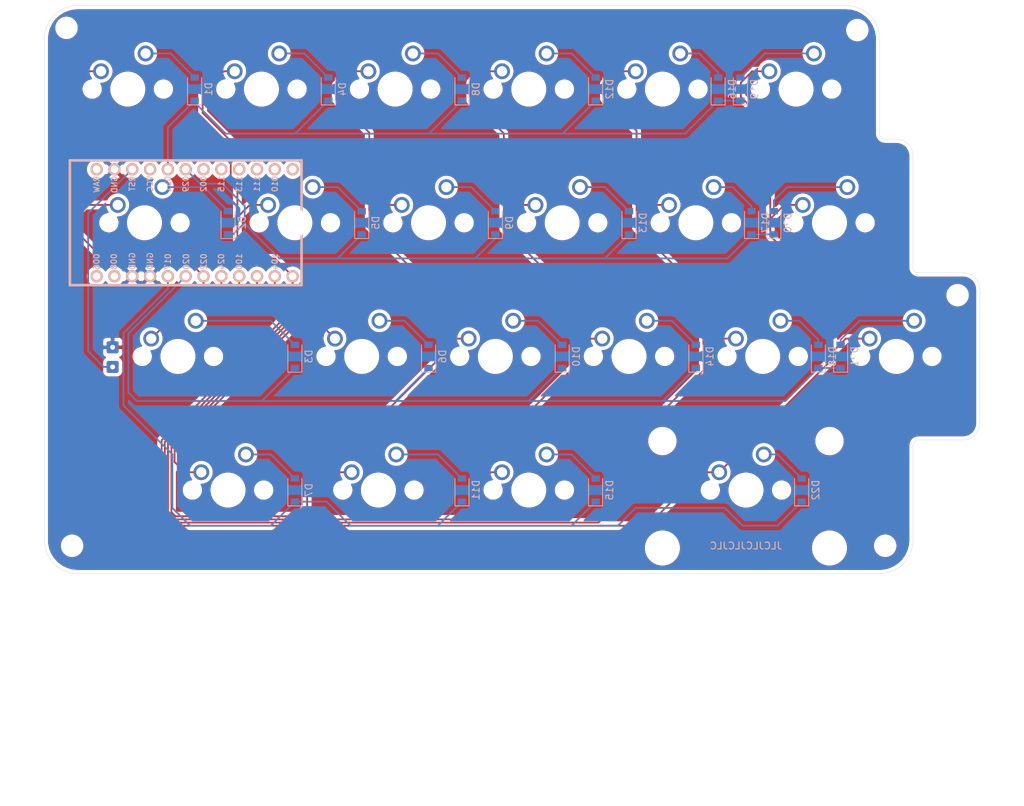
<source format=kicad_pcb>
(kicad_pcb (version 20171130) (host pcbnew 5.1.9)
  (layers (0 F.Cu signal) (31 B.Cu signal) (34 B.Paste user) (35 F.Paste user) (36 B.SilkS user) (37 F.SilkS user) (38 B.Mask user) (39 F.Mask user) (44 Edge.Cuts user))
  (net 0 "")
  (net 1 "Net-(U1-Pad1)")
  (net 2 "Net-(U1-Pad2)")
  (net 3 "Net-(U1-Pad13)")
  (net 4 "Net-(U1-Pad14)")
  (net 5 "Net-(U1-Pad15)")
  (net 6 "Net-(U1-Pad16)")
  (net 7 "Net-(U1-Pad17)")
  (net 8 "Net-(U1-Pad18)")
  (net 9 "Net-(U1-Pad21)")
  (net 10 "Net-(U1-Pad24)")
  (net 11 "Net-(D1-Pad2)")
  (net 12 LRow1)
  (net 13 "Net-(D2-Pad2)")
  (net 14 LRow2)
  (net 15 "Net-(D3-Pad2)")
  (net 16 LRow3)
  (net 17 "Net-(D4-Pad2)")
  (net 18 "Net-(D5-Pad2)")
  (net 19 "Net-(D6-Pad2)")
  (net 20 "Net-(D7-Pad2)")
  (net 21 LRow4)
  (net 22 "Net-(D8-Pad2)")
  (net 23 "Net-(D9-Pad2)")
  (net 24 "Net-(D10-Pad2)")
  (net 25 "Net-(D11-Pad2)")
  (net 26 "Net-(D12-Pad2)")
  (net 27 "Net-(D13-Pad2)")
  (net 28 "Net-(D14-Pad2)")
  (net 29 "Net-(D15-Pad2)")
  (net 30 "Net-(D16-Pad2)")
  (net 31 "Net-(D17-Pad2)")
  (net 32 "Net-(D18-Pad2)")
  (net 33 "Net-(D19-Pad2)")
  (net 34 "Net-(D20-Pad2)")
  (net 35 "Net-(D21-Pad2)")
  (net 36 "Net-(D22-Pad2)")
  (net 37 LCol4)
  (net 38 LCol5)
  (net 39 LCol2)
  (net 40 LCol3)
  (net 41 LCol1)
  (net 42 LCol6)
  (net 43 GND)
  (net 44 "Net-(Reset1-Pad1)")
  (module split45:leftpaw (layer F.Cu) (at 24.60625 82.55)
    (fp_text reference G*** hide)
    (fp_text value LOGO hide)
  )
  (module split45:leftpaw (layer F.Cu) (at 67.46875 127)
    (fp_text reference G*** hide)
    (fp_text value LOGO hide)
  )
  (module split45:leftpaw (layer F.Cu) (at 46.0375 103.98125)
    (fp_text reference G*** hide)
    (fp_text value LOGO hide)
  )
  (module split45:leftpaw (layer F.Cu) (at 43.65625 100.0125)
    (fp_text reference G*** hide)
    (fp_text value LOGO hide)
  )
  (module MountingHole:MountingHole_2.2mm_M2 (layer F.Cu) (at 132.55625 17.78)
    (fp_text reference REF** hide)
    (fp_text value MountingHole_2.2mm_M2)
    (pad 1 np_thru_hole circle (at 0 0) (size 2.2 2.2) (drill 2.2) (layers *.Cu *.Mask))
  )
  (module MountingHole:MountingHole_2.2mm_M2 (layer F.Cu) (at 146.84375 55.5625)
    (fp_text reference REF** hide)
    (fp_text value MountingHole_2.2mm_M2)
    (pad 1 np_thru_hole circle (at 0 0) (size 2.2 2.2) (drill 2.2) (layers *.Cu *.Mask))
  )
  (module MountingHole:MountingHole_2.2mm_M2 (layer F.Cu) (at 136.525 91.28125)
    (fp_text reference REF** hide)
    (fp_text value MountingHole_2.2mm_M2)
    (pad 1 np_thru_hole circle (at 0 0) (size 2.2 2.2) (drill 2.2) (layers *.Cu *.Mask))
  )
  (module MountingHole:MountingHole_2.2mm_M2 (layer F.Cu) (at 19.84375 17.4625)
    (fp_text reference REF** hide)
    (fp_text value MountingHole_2.2mm_M2)
    (pad 1 np_thru_hole circle (at 0 0) (size 2.2 2.2) (drill 2.2) (layers *.Cu *.Mask))
  )
  (module MountingHole:MountingHole_2.2mm_M2 (layer F.Cu) (at 20.6375 91.28125)
    (fp_text reference REF** hide)
    (fp_text value MountingHole_2.2mm_M2)
    (pad 1 np_thru_hole circle (at 0 0) (size 2.2 2.2) (drill 2.2) (layers *.Cu *.Mask))
  )
  (module Connector_Wire:SolderWire-0.15sqmm_1x01_D0.5mm_OD1.5mm (layer F.Cu) (at 26.416 65.786)
    (fp_text reference Reset1 hide)
    (fp_text value Conn_01x01_Female)
    (pad 1 thru_hole roundrect (at 0 0) (size 1.7 1.7) (drill 0.7) (layers *.Cu *.Mask) (roundrect_rratio 0.1470588235294118) (net 44 "Net-(Reset1-Pad1)"))
  )
  (module Connector_Wire:SolderWire-0.15sqmm_1x01_D0.5mm_OD1.5mm (layer F.Cu) (at 26.416 62.992)
    (fp_text reference GND1 hide)
    (fp_text value Conn_01x01_Female)
    (pad 1 thru_hole roundrect (at 0 0) (size 1.7 1.7) (drill 0.7) (layers *.Cu *.Mask) (roundrect_rratio 0.1470588235294118) (net 43 GND))
  )
  (module MX_Alps_Hybrid:MXOnly-1.75U-NoLED (layer F.Cu) (at 35.71875 64.29375)
    (fp_text reference MXL3,1)
    (fp_text value MX-NoLED)
    (pad 2 thru_hole circle (at 2.54 -5.08) (size 2.25 2.25) (drill 1.47) (layers *.Cu B.Mask) (net 15 "Net-(D3-Pad2)"))
    (pad "" np_thru_hole circle (at 0 0) (size 3.9878 3.9878) (drill 3.9878) (layers *.Cu *.Mask))
    (pad 1 thru_hole circle (at -3.81 -2.54) (size 2.25 2.25) (drill 1.47) (layers *.Cu B.Mask) (net 41 LCol1))
    (pad "" np_thru_hole circle (at -5.08 0 48.0996) (size 1.75 1.75) (drill 1.75) (layers *.Cu *.Mask))
    (pad "" np_thru_hole circle (at 5.08 0 48.0996) (size 1.75 1.75) (drill 1.75) (layers *.Cu *.Mask))
  )
  (module nice-nano-kicad:nice_nano (layer F.Cu) (at 38.1 45.24375)
    (fp_text reference U1 hide)
    (fp_text value nice_nano hide)
    (fp_text user 008 (at -11.5 5.53719 90) (layer B.SilkS) (effects (font (size 0.8 0.8)) (justify mirror)))
    (fp_text user 020 (at -1.2 5.53719 90) (layer B.SilkS) (effects (font (size 0.8 0.8)) (justify mirror)))
    (fp_text user 017 (at -3.81 5.53719 90) (layer B.SilkS) (effects (font (size 0.8 0.8)) (justify mirror)))
    (fp_text user GND (at -6.35 5.461 90) (layer B.SilkS) (effects (font (size 0.8 0.8)) (justify mirror)))
    (fp_text user GND (at -8.89 5.461 90) (layer B.SilkS) (effects (font (size 0.8 0.8)) (justify mirror)))
    (fp_text user 022 (at 1.3 5.53719 90) (layer B.SilkS) (effects (font (size 0.8 0.8)) (justify mirror)))
    (fp_text user 024 (at 3.8 5.53719 90) (layer B.SilkS) (effects (font (size 0.8 0.8)) (justify mirror)))
    (fp_text user 100 (at 6.35 5.53719 90) (layer B.SilkS) (effects (font (size 0.8 0.8)) (justify mirror)))
    (fp_text user 104 (at 11.43 5.53719 90) (layer B.SilkS) (effects (font (size 0.8 0.8)) (justify mirror)))
    (fp_text user 111 (at 8.89 -5.537191 90) (layer B.SilkS) (effects (font (size 0.8 0.8)) (justify mirror)))
    (fp_text user 113 (at 6.35 -5.537191 90) (layer B.SilkS) (effects (font (size 0.8 0.8)) (justify mirror)))
    (fp_text user 031 (at -3.81 -5.537191 90) (layer B.SilkS) (effects (font (size 0.8 0.8)) (justify mirror)))
    (fp_text user VCC (at -6.35 -5.537191 90) (layer B.SilkS) (effects (font (size 0.8 0.8)) (justify mirror)))
    (fp_text user GND (at -11.43 -5.454667 90) (layer B.SilkS) (effects (font (size 0.8 0.8)) (justify mirror)))
    (fp_text user RAW (at -13.97 -5.473715 90) (layer B.SilkS) (effects (font (size 0.8 0.8)) (justify mirror)))
    (fp_text user 029 (at -1.27 -5.537191 90) (layer B.SilkS) (effects (font (size 0.8 0.8)) (justify mirror)))
    (fp_text user 002 (at 1.27 -5.537191 90) (layer B.SilkS) (effects (font (size 0.8 0.8)) (justify mirror)))
    (fp_text user 115 (at 3.81 -5.537191 90) (layer B.SilkS) (effects (font (size 0.8 0.8)) (justify mirror)))
    (fp_text user 010 (at 11.43 -5.537191 90) (layer B.SilkS) (effects (font (size 0.8 0.8)) (justify mirror)))
    (fp_text user 006 (at -13.97 5.53719 90) (layer B.SilkS) (effects (font (size 0.8 0.8)) (justify mirror)))
    (fp_text user RST (at -8.89 -5.588 90) (layer B.SilkS) (effects (font (size 0.8 0.8)) (justify mirror)))
    (pad 1 thru_hole circle (at -13.97 7.62) (size 1.7526 1.7526) (drill 1.0922) (layers *.Cu *.Mask B.SilkS) (net 1 "Net-(U1-Pad1)"))
    (pad 2 thru_hole circle (at -11.43 7.62) (size 1.7526 1.7526) (drill 1.0922) (layers *.Cu *.Mask B.SilkS) (net 2 "Net-(U1-Pad2)"))
    (pad 3 thru_hole circle (at -8.89 7.62) (size 1.7526 1.7526) (drill 1.0922) (layers *.Cu *.Mask B.SilkS) (net 43 GND))
    (pad 4 thru_hole circle (at -6.35 7.62) (size 1.7526 1.7526) (drill 1.0922) (layers *.Cu *.Mask B.SilkS) (net 43 GND))
    (pad 5 thru_hole circle (at -3.81 7.62) (size 1.7526 1.7526) (drill 1.0922) (layers *.Cu *.Mask B.SilkS) (net 21 LRow4))
    (pad 6 thru_hole circle (at -1.27 7.62) (size 1.7526 1.7526) (drill 1.0922) (layers *.Cu *.Mask B.SilkS) (net 16 LRow3))
    (pad 7 thru_hole circle (at 1.27 7.62) (size 1.7526 1.7526) (drill 1.0922) (layers *.Cu *.Mask B.SilkS) (net 41 LCol1))
    (pad 8 thru_hole circle (at 3.81 7.62) (size 1.7526 1.7526) (drill 1.0922) (layers *.Cu *.Mask B.SilkS) (net 42 LCol6))
    (pad 9 thru_hole circle (at 6.35 7.62) (size 1.7526 1.7526) (drill 1.0922) (layers *.Cu *.Mask B.SilkS) (net 38 LCol5))
    (pad 10 thru_hole circle (at 8.89 7.62) (size 1.7526 1.7526) (drill 1.0922) (layers *.Cu *.Mask B.SilkS) (net 37 LCol4))
    (pad 11 thru_hole circle (at 11.43 7.62) (size 1.7526 1.7526) (drill 1.0922) (layers *.Cu *.Mask B.SilkS) (net 40 LCol3))
    (pad 13 thru_hole circle (at 13.97 -7.62) (size 1.7526 1.7526) (drill 1.0922) (layers *.Cu *.Mask B.SilkS) (net 3 "Net-(U1-Pad13)"))
    (pad 14 thru_hole circle (at 11.43 -7.62) (size 1.7526 1.7526) (drill 1.0922) (layers *.Cu *.Mask B.SilkS) (net 4 "Net-(U1-Pad14)"))
    (pad 15 thru_hole circle (at 8.89 -7.62) (size 1.7526 1.7526) (drill 1.0922) (layers *.Cu *.Mask B.SilkS) (net 5 "Net-(U1-Pad15)"))
    (pad 16 thru_hole circle (at 6.35 -7.62) (size 1.7526 1.7526) (drill 1.0922) (layers *.Cu *.Mask B.SilkS) (net 6 "Net-(U1-Pad16)"))
    (pad 17 thru_hole circle (at 3.81 -7.62) (size 1.7526 1.7526) (drill 1.0922) (layers *.Cu *.Mask B.SilkS) (net 7 "Net-(U1-Pad17)"))
    (pad 18 thru_hole circle (at 1.27 -7.62) (size 1.7526 1.7526) (drill 1.0922) (layers *.Cu *.Mask B.SilkS) (net 8 "Net-(U1-Pad18)"))
    (pad 19 thru_hole circle (at -1.27 -7.62) (size 1.7526 1.7526) (drill 1.0922) (layers *.Cu *.Mask B.SilkS) (net 14 LRow2))
    (pad 20 thru_hole circle (at -3.81 -7.62) (size 1.7526 1.7526) (drill 1.0922) (layers *.Cu *.Mask B.SilkS) (net 12 LRow1))
    (pad 21 thru_hole circle (at -6.35 -7.62) (size 1.7526 1.7526) (drill 1.0922) (layers *.Cu *.Mask B.SilkS) (net 9 "Net-(U1-Pad21)"))
    (pad 22 thru_hole circle (at -8.89 -7.62) (size 1.7526 1.7526) (drill 1.0922) (layers *.Cu *.Mask B.SilkS) (net 44 "Net-(Reset1-Pad1)"))
    (pad 23 thru_hole circle (at -11.43 -7.62) (size 1.7526 1.7526) (drill 1.0922) (layers *.Cu *.Mask B.SilkS) (net 43 GND))
    (pad 12 thru_hole circle (at 13.97 7.62) (size 1.7526 1.7526) (drill 1.0922) (layers *.Cu *.Mask B.SilkS) (net 39 LCol2))
    (pad 24 thru_hole circle (at -13.97 -7.62) (size 1.7526 1.7526) (drill 1.0922) (layers *.Cu *.Mask B.SilkS) (net 10 "Net-(U1-Pad24)"))
  )
  (module MX_Alps_Hybrid:MXOnly-1U-NoLED (layer F.Cu) (at 85.725 83.34375)
    (fp_text reference MXL4,4)
    (fp_text value MX-NoLED)
    (pad 2 thru_hole circle (at 2.54 -5.08) (size 2.25 2.25) (drill 1.47) (layers *.Cu B.Mask) (net 29 "Net-(D15-Pad2)"))
    (pad "" np_thru_hole circle (at 0 0) (size 3.9878 3.9878) (drill 3.9878) (layers *.Cu *.Mask))
    (pad 1 thru_hole circle (at -3.81 -2.54) (size 2.25 2.25) (drill 1.47) (layers *.Cu B.Mask) (net 37 LCol4))
    (pad "" np_thru_hole circle (at -5.08 0 48.0996) (size 1.75 1.75) (drill 1.75) (layers *.Cu *.Mask))
    (pad "" np_thru_hole circle (at 5.08 0 48.0996) (size 1.75 1.75) (drill 1.75) (layers *.Cu *.Mask))
  )
  (module MX_Alps_Hybrid:MXOnly-2.25U-NoLED (layer F.Cu) (at 116.68125 83.34375)
    (fp_text reference MXL4,6)
    (fp_text value MX-NoLED)
    (pad 2 thru_hole circle (at 2.54 -5.08) (size 2.25 2.25) (drill 1.47) (layers *.Cu B.Mask) (net 36 "Net-(D22-Pad2)"))
    (pad "" np_thru_hole circle (at 0 0) (size 3.9878 3.9878) (drill 3.9878) (layers *.Cu *.Mask))
    (pad 1 thru_hole circle (at -3.81 -2.54) (size 2.25 2.25) (drill 1.47) (layers *.Cu B.Mask) (net 42 LCol6))
    (pad "" np_thru_hole circle (at -5.08 0 48.0996) (size 1.75 1.75) (drill 1.75) (layers *.Cu *.Mask))
    (pad "" np_thru_hole circle (at 5.08 0 48.0996) (size 1.75 1.75) (drill 1.75) (layers *.Cu *.Mask))
    (pad "" np_thru_hole circle (at -11.90625 -6.985) (size 3.048 3.048) (drill 3.048) (layers *.Cu *.Mask))
    (pad "" np_thru_hole circle (at 11.90625 -6.985) (size 3.048 3.048) (drill 3.048) (layers *.Cu *.Mask))
    (pad "" np_thru_hole circle (at -11.90625 8.255) (size 3.9878 3.9878) (drill 3.9878) (layers *.Cu *.Mask))
    (pad "" np_thru_hole circle (at 11.90625 8.255) (size 3.9878 3.9878) (drill 3.9878) (layers *.Cu *.Mask))
  )
  (module MX_Alps_Hybrid:MXOnly-1U-NoLED (layer F.Cu) (at 42.8625 83.34375)
    (fp_text reference MXL4,2)
    (fp_text value MX-NoLED)
    (pad 2 thru_hole circle (at 2.54 -5.08) (size 2.25 2.25) (drill 1.47) (layers *.Cu B.Mask) (net 20 "Net-(D7-Pad2)"))
    (pad "" np_thru_hole circle (at 0 0) (size 3.9878 3.9878) (drill 3.9878) (layers *.Cu *.Mask))
    (pad 1 thru_hole circle (at -3.81 -2.54) (size 2.25 2.25) (drill 1.47) (layers *.Cu B.Mask) (net 39 LCol2))
    (pad "" np_thru_hole circle (at -5.08 0 48.0996) (size 1.75 1.75) (drill 1.75) (layers *.Cu *.Mask))
    (pad "" np_thru_hole circle (at 5.08 0 48.0996) (size 1.75 1.75) (drill 1.75) (layers *.Cu *.Mask))
  )
  (module MX_Alps_Hybrid:MXOnly-1.25U-NoLED (layer F.Cu) (at 64.29375 83.34375)
    (fp_text reference MXL4,3)
    (fp_text value MX-NoLED)
    (pad 2 thru_hole circle (at 2.54 -5.08) (size 2.25 2.25) (drill 1.47) (layers *.Cu B.Mask) (net 25 "Net-(D11-Pad2)"))
    (pad "" np_thru_hole circle (at 0 0) (size 3.9878 3.9878) (drill 3.9878) (layers *.Cu *.Mask))
    (pad 1 thru_hole circle (at -3.81 -2.54) (size 2.25 2.25) (drill 1.47) (layers *.Cu B.Mask) (net 40 LCol3))
    (pad "" np_thru_hole circle (at -5.08 0 48.0996) (size 1.75 1.75) (drill 1.75) (layers *.Cu *.Mask))
    (pad "" np_thru_hole circle (at 5.08 0 48.0996) (size 1.75 1.75) (drill 1.75) (layers *.Cu *.Mask))
  )
  (module MX_Alps_Hybrid:MXOnly-1U-NoLED (layer F.Cu) (at 80.9625 64.29375)
    (fp_text reference MXL3,3)
    (fp_text value MX-NoLED)
    (pad 2 thru_hole circle (at 2.54 -5.08) (size 2.25 2.25) (drill 1.47) (layers *.Cu B.Mask) (net 24 "Net-(D10-Pad2)"))
    (pad "" np_thru_hole circle (at 0 0) (size 3.9878 3.9878) (drill 3.9878) (layers *.Cu *.Mask))
    (pad 1 thru_hole circle (at -3.81 -2.54) (size 2.25 2.25) (drill 1.47) (layers *.Cu B.Mask) (net 40 LCol3))
    (pad "" np_thru_hole circle (at -5.08 0 48.0996) (size 1.75 1.75) (drill 1.75) (layers *.Cu *.Mask))
    (pad "" np_thru_hole circle (at 5.08 0 48.0996) (size 1.75 1.75) (drill 1.75) (layers *.Cu *.Mask))
  )
  (module MX_Alps_Hybrid:MXOnly-1U-NoLED (layer F.Cu) (at 138.1125 64.29375)
    (fp_text reference MXL3,6)
    (fp_text value MX-NoLED)
    (pad 2 thru_hole circle (at 2.54 -5.08) (size 2.25 2.25) (drill 1.47) (layers *.Cu B.Mask) (net 35 "Net-(D21-Pad2)"))
    (pad "" np_thru_hole circle (at 0 0) (size 3.9878 3.9878) (drill 3.9878) (layers *.Cu *.Mask))
    (pad 1 thru_hole circle (at -3.81 -2.54) (size 2.25 2.25) (drill 1.47) (layers *.Cu B.Mask) (net 42 LCol6))
    (pad "" np_thru_hole circle (at -5.08 0 48.0996) (size 1.75 1.75) (drill 1.75) (layers *.Cu *.Mask))
    (pad "" np_thru_hole circle (at 5.08 0 48.0996) (size 1.75 1.75) (drill 1.75) (layers *.Cu *.Mask))
  )
  (module MX_Alps_Hybrid:MXOnly-1U-NoLED (layer F.Cu) (at 119.0625 64.29375)
    (fp_text reference MXL3,5)
    (fp_text value MX-NoLED)
    (pad 2 thru_hole circle (at 2.54 -5.08) (size 2.25 2.25) (drill 1.47) (layers *.Cu B.Mask) (net 32 "Net-(D18-Pad2)"))
    (pad "" np_thru_hole circle (at 0 0) (size 3.9878 3.9878) (drill 3.9878) (layers *.Cu *.Mask))
    (pad 1 thru_hole circle (at -3.81 -2.54) (size 2.25 2.25) (drill 1.47) (layers *.Cu B.Mask) (net 38 LCol5))
    (pad "" np_thru_hole circle (at -5.08 0 48.0996) (size 1.75 1.75) (drill 1.75) (layers *.Cu *.Mask))
    (pad "" np_thru_hole circle (at 5.08 0 48.0996) (size 1.75 1.75) (drill 1.75) (layers *.Cu *.Mask))
  )
  (module MX_Alps_Hybrid:MXOnly-1U-NoLED (layer F.Cu) (at 100.0125 64.29375)
    (fp_text reference MXL3,4)
    (fp_text value MX-NoLED)
    (pad 2 thru_hole circle (at 2.54 -5.08) (size 2.25 2.25) (drill 1.47) (layers *.Cu B.Mask) (net 28 "Net-(D14-Pad2)"))
    (pad "" np_thru_hole circle (at 0 0) (size 3.9878 3.9878) (drill 3.9878) (layers *.Cu *.Mask))
    (pad 1 thru_hole circle (at -3.81 -2.54) (size 2.25 2.25) (drill 1.47) (layers *.Cu B.Mask) (net 37 LCol4))
    (pad "" np_thru_hole circle (at -5.08 0 48.0996) (size 1.75 1.75) (drill 1.75) (layers *.Cu *.Mask))
    (pad "" np_thru_hole circle (at 5.08 0 48.0996) (size 1.75 1.75) (drill 1.75) (layers *.Cu *.Mask))
  )
  (module MX_Alps_Hybrid:MXOnly-1U-NoLED (layer F.Cu) (at 61.9125 64.29375)
    (fp_text reference MXL3,2)
    (fp_text value MX-NoLED)
    (pad 2 thru_hole circle (at 2.54 -5.08) (size 2.25 2.25) (drill 1.47) (layers *.Cu B.Mask) (net 19 "Net-(D6-Pad2)"))
    (pad "" np_thru_hole circle (at 0 0) (size 3.9878 3.9878) (drill 3.9878) (layers *.Cu *.Mask))
    (pad 1 thru_hole circle (at -3.81 -2.54) (size 2.25 2.25) (drill 1.47) (layers *.Cu B.Mask) (net 39 LCol2))
    (pad "" np_thru_hole circle (at -5.08 0 48.0996) (size 1.75 1.75) (drill 1.75) (layers *.Cu *.Mask))
    (pad "" np_thru_hole circle (at 5.08 0 48.0996) (size 1.75 1.75) (drill 1.75) (layers *.Cu *.Mask))
  )
  (module MX_Alps_Hybrid:MXOnly-1U-NoLED (layer F.Cu) (at 128.5875 45.24375)
    (fp_text reference MXL2,6)
    (fp_text value MX-NoLED)
    (pad 2 thru_hole circle (at 2.54 -5.08) (size 2.25 2.25) (drill 1.47) (layers *.Cu B.Mask) (net 34 "Net-(D20-Pad2)"))
    (pad "" np_thru_hole circle (at 0 0) (size 3.9878 3.9878) (drill 3.9878) (layers *.Cu *.Mask))
    (pad 1 thru_hole circle (at -3.81 -2.54) (size 2.25 2.25) (drill 1.47) (layers *.Cu B.Mask) (net 42 LCol6))
    (pad "" np_thru_hole circle (at -5.08 0 48.0996) (size 1.75 1.75) (drill 1.75) (layers *.Cu *.Mask))
    (pad "" np_thru_hole circle (at 5.08 0 48.0996) (size 1.75 1.75) (drill 1.75) (layers *.Cu *.Mask))
  )
  (module MX_Alps_Hybrid:MXOnly-1U-NoLED (layer F.Cu) (at 109.5375 45.24375)
    (fp_text reference MXL2,5)
    (fp_text value MX-NoLED)
    (pad 2 thru_hole circle (at 2.54 -5.08) (size 2.25 2.25) (drill 1.47) (layers *.Cu B.Mask) (net 31 "Net-(D17-Pad2)"))
    (pad "" np_thru_hole circle (at 0 0) (size 3.9878 3.9878) (drill 3.9878) (layers *.Cu *.Mask))
    (pad 1 thru_hole circle (at -3.81 -2.54) (size 2.25 2.25) (drill 1.47) (layers *.Cu B.Mask) (net 38 LCol5))
    (pad "" np_thru_hole circle (at -5.08 0 48.0996) (size 1.75 1.75) (drill 1.75) (layers *.Cu *.Mask))
    (pad "" np_thru_hole circle (at 5.08 0 48.0996) (size 1.75 1.75) (drill 1.75) (layers *.Cu *.Mask))
  )
  (module MX_Alps_Hybrid:MXOnly-1U-NoLED (layer F.Cu) (at 71.4375 45.24375)
    (fp_text reference MXL2,3)
    (fp_text value MX-NoLED)
    (pad 2 thru_hole circle (at 2.54 -5.08) (size 2.25 2.25) (drill 1.47) (layers *.Cu B.Mask) (net 23 "Net-(D9-Pad2)"))
    (pad "" np_thru_hole circle (at 0 0) (size 3.9878 3.9878) (drill 3.9878) (layers *.Cu *.Mask))
    (pad 1 thru_hole circle (at -3.81 -2.54) (size 2.25 2.25) (drill 1.47) (layers *.Cu B.Mask) (net 40 LCol3))
    (pad "" np_thru_hole circle (at -5.08 0 48.0996) (size 1.75 1.75) (drill 1.75) (layers *.Cu *.Mask))
    (pad "" np_thru_hole circle (at 5.08 0 48.0996) (size 1.75 1.75) (drill 1.75) (layers *.Cu *.Mask))
  )
  (module MX_Alps_Hybrid:MXOnly-1U-NoLED (layer F.Cu) (at 52.3875 45.24375)
    (fp_text reference MXL2,2)
    (fp_text value MX-NoLED)
    (pad 2 thru_hole circle (at 2.54 -5.08) (size 2.25 2.25) (drill 1.47) (layers *.Cu B.Mask) (net 18 "Net-(D5-Pad2)"))
    (pad "" np_thru_hole circle (at 0 0) (size 3.9878 3.9878) (drill 3.9878) (layers *.Cu *.Mask))
    (pad 1 thru_hole circle (at -3.81 -2.54) (size 2.25 2.25) (drill 1.47) (layers *.Cu B.Mask) (net 39 LCol2))
    (pad "" np_thru_hole circle (at -5.08 0 48.0996) (size 1.75 1.75) (drill 1.75) (layers *.Cu *.Mask))
    (pad "" np_thru_hole circle (at 5.08 0 48.0996) (size 1.75 1.75) (drill 1.75) (layers *.Cu *.Mask))
  )
  (module MX_Alps_Hybrid:MXOnly-1.25U-NoLED (layer F.Cu) (at 30.95625 45.24375)
    (fp_text reference MXL2,1)
    (fp_text value MX-NoLED)
    (pad 2 thru_hole circle (at 2.54 -5.08) (size 2.25 2.25) (drill 1.47) (layers *.Cu B.Mask) (net 13 "Net-(D2-Pad2)"))
    (pad "" np_thru_hole circle (at 0 0) (size 3.9878 3.9878) (drill 3.9878) (layers *.Cu *.Mask))
    (pad 1 thru_hole circle (at -3.81 -2.54) (size 2.25 2.25) (drill 1.47) (layers *.Cu B.Mask) (net 41 LCol1))
    (pad "" np_thru_hole circle (at -5.08 0 48.0996) (size 1.75 1.75) (drill 1.75) (layers *.Cu *.Mask))
    (pad "" np_thru_hole circle (at 5.08 0 48.0996) (size 1.75 1.75) (drill 1.75) (layers *.Cu *.Mask))
  )
  (module MX_Alps_Hybrid:MXOnly-1U-NoLED (layer F.Cu) (at 90.4875 45.24375)
    (fp_text reference MXL2,4)
    (fp_text value MX-NoLED)
    (pad 2 thru_hole circle (at 2.54 -5.08) (size 2.25 2.25) (drill 1.47) (layers *.Cu B.Mask) (net 27 "Net-(D13-Pad2)"))
    (pad "" np_thru_hole circle (at 0 0) (size 3.9878 3.9878) (drill 3.9878) (layers *.Cu *.Mask))
    (pad 1 thru_hole circle (at -3.81 -2.54) (size 2.25 2.25) (drill 1.47) (layers *.Cu B.Mask) (net 37 LCol4))
    (pad "" np_thru_hole circle (at -5.08 0 48.0996) (size 1.75 1.75) (drill 1.75) (layers *.Cu *.Mask))
    (pad "" np_thru_hole circle (at 5.08 0 48.0996) (size 1.75 1.75) (drill 1.75) (layers *.Cu *.Mask))
  )
  (module MX_Alps_Hybrid:MXOnly-1U-NoLED (layer F.Cu) (at 123.825 26.19375)
    (fp_text reference MXL1,6)
    (fp_text value MX-NoLED)
    (pad 2 thru_hole circle (at 2.54 -5.08) (size 2.25 2.25) (drill 1.47) (layers *.Cu B.Mask) (net 33 "Net-(D19-Pad2)"))
    (pad "" np_thru_hole circle (at 0 0) (size 3.9878 3.9878) (drill 3.9878) (layers *.Cu *.Mask))
    (pad 1 thru_hole circle (at -3.81 -2.54) (size 2.25 2.25) (drill 1.47) (layers *.Cu B.Mask) (net 42 LCol6))
    (pad "" np_thru_hole circle (at -5.08 0 48.0996) (size 1.75 1.75) (drill 1.75) (layers *.Cu *.Mask))
    (pad "" np_thru_hole circle (at 5.08 0 48.0996) (size 1.75 1.75) (drill 1.75) (layers *.Cu *.Mask))
  )
  (module MX_Alps_Hybrid:MXOnly-1U-NoLED (layer F.Cu) (at 28.575 26.19375)
    (fp_text reference MXL1,1)
    (fp_text value MX-NoLED)
    (pad 2 thru_hole circle (at 2.54 -5.08) (size 2.25 2.25) (drill 1.47) (layers *.Cu B.Mask) (net 11 "Net-(D1-Pad2)"))
    (pad "" np_thru_hole circle (at 0 0) (size 3.9878 3.9878) (drill 3.9878) (layers *.Cu *.Mask))
    (pad 1 thru_hole circle (at -3.81 -2.54) (size 2.25 2.25) (drill 1.47) (layers *.Cu B.Mask) (net 41 LCol1))
    (pad "" np_thru_hole circle (at -5.08 0 48.0996) (size 1.75 1.75) (drill 1.75) (layers *.Cu *.Mask))
    (pad "" np_thru_hole circle (at 5.08 0 48.0996) (size 1.75 1.75) (drill 1.75) (layers *.Cu *.Mask))
  )
  (module MX_Alps_Hybrid:MXOnly-1U-NoLED (layer F.Cu) (at 66.675 26.19375)
    (fp_text reference MXL1,3)
    (fp_text value MX-NoLED)
    (pad 2 thru_hole circle (at 2.54 -5.08) (size 2.25 2.25) (drill 1.47) (layers *.Cu B.Mask) (net 22 "Net-(D8-Pad2)"))
    (pad "" np_thru_hole circle (at 0 0) (size 3.9878 3.9878) (drill 3.9878) (layers *.Cu *.Mask))
    (pad 1 thru_hole circle (at -3.81 -2.54) (size 2.25 2.25) (drill 1.47) (layers *.Cu B.Mask) (net 40 LCol3))
    (pad "" np_thru_hole circle (at -5.08 0 48.0996) (size 1.75 1.75) (drill 1.75) (layers *.Cu *.Mask))
    (pad "" np_thru_hole circle (at 5.08 0 48.0996) (size 1.75 1.75) (drill 1.75) (layers *.Cu *.Mask))
  )
  (module MX_Alps_Hybrid:MXOnly-1U-NoLED (layer F.Cu) (at 47.625 26.19375)
    (fp_text reference MXL1,2)
    (fp_text value MX-NoLED)
    (pad 2 thru_hole circle (at 2.54 -5.08) (size 2.25 2.25) (drill 1.47) (layers *.Cu B.Mask) (net 17 "Net-(D4-Pad2)"))
    (pad "" np_thru_hole circle (at 0 0) (size 3.9878 3.9878) (drill 3.9878) (layers *.Cu *.Mask))
    (pad 1 thru_hole circle (at -3.81 -2.54) (size 2.25 2.25) (drill 1.47) (layers *.Cu B.Mask) (net 39 LCol2))
    (pad "" np_thru_hole circle (at -5.08 0 48.0996) (size 1.75 1.75) (drill 1.75) (layers *.Cu *.Mask))
    (pad "" np_thru_hole circle (at 5.08 0 48.0996) (size 1.75 1.75) (drill 1.75) (layers *.Cu *.Mask))
  )
  (module MX_Alps_Hybrid:MXOnly-1U-NoLED (layer F.Cu) (at 104.775 26.19375)
    (fp_text reference MXL1,5)
    (fp_text value MX-NoLED)
    (pad 2 thru_hole circle (at 2.54 -5.08) (size 2.25 2.25) (drill 1.47) (layers *.Cu B.Mask) (net 30 "Net-(D16-Pad2)"))
    (pad "" np_thru_hole circle (at 0 0) (size 3.9878 3.9878) (drill 3.9878) (layers *.Cu *.Mask))
    (pad 1 thru_hole circle (at -3.81 -2.54) (size 2.25 2.25) (drill 1.47) (layers *.Cu B.Mask) (net 38 LCol5))
    (pad "" np_thru_hole circle (at -5.08 0 48.0996) (size 1.75 1.75) (drill 1.75) (layers *.Cu *.Mask))
    (pad "" np_thru_hole circle (at 5.08 0 48.0996) (size 1.75 1.75) (drill 1.75) (layers *.Cu *.Mask))
  )
  (module MX_Alps_Hybrid:MXOnly-1U-NoLED (layer F.Cu) (at 85.725 26.19375)
    (fp_text reference MXL1,4)
    (fp_text value MX-NoLED)
    (pad 2 thru_hole circle (at 2.54 -5.08) (size 2.25 2.25) (drill 1.47) (layers *.Cu B.Mask) (net 26 "Net-(D12-Pad2)"))
    (pad "" np_thru_hole circle (at 0 0) (size 3.9878 3.9878) (drill 3.9878) (layers *.Cu *.Mask))
    (pad 1 thru_hole circle (at -3.81 -2.54) (size 2.25 2.25) (drill 1.47) (layers *.Cu B.Mask) (net 37 LCol4))
    (pad "" np_thru_hole circle (at -5.08 0 48.0996) (size 1.75 1.75) (drill 1.75) (layers *.Cu *.Mask))
    (pad "" np_thru_hole circle (at 5.08 0 48.0996) (size 1.75 1.75) (drill 1.75) (layers *.Cu *.Mask))
  )
  (module Diode_SMD:D_SOD-123 (layer B.Cu) (at 124.61875 83.34375 90)
    (fp_text reference D22 (at 0 2 90) (layer B.SilkS) (effects (justify mirror)))
    (fp_text value D_SOD-123)
    (pad 2 smd rect (at 1.65 0 90) (size 0.9 1.2) (layers B.Cu B.Paste B.Mask) (net 36 "Net-(D22-Pad2)"))
    (pad 1 smd rect (at -1.65 0 90) (size 0.9 1.2) (layers B.Cu B.Paste B.Mask) (net 21 LRow4))
  )
  (module Diode_SMD:D_SOD-123 (layer B.Cu) (at 130.175 64.29375 90)
    (fp_text reference D21 (at 0 2 90) (layer B.SilkS) (effects (justify mirror)))
    (fp_text value D_SOD-123)
    (pad 2 smd rect (at 1.65 0 90) (size 0.9 1.2) (layers B.Cu B.Paste B.Mask) (net 35 "Net-(D21-Pad2)"))
    (pad 1 smd rect (at -1.65 0 90) (size 0.9 1.2) (layers B.Cu B.Paste B.Mask) (net 16 LRow3))
  )
  (module Diode_SMD:D_SOD-123 (layer B.Cu) (at 120.65 45.24375 90)
    (fp_text reference D20 (at 0 2 90) (layer B.SilkS) (effects (justify mirror)))
    (fp_text value D_SOD-123)
    (pad 2 smd rect (at 1.65 0 90) (size 0.9 1.2) (layers B.Cu B.Paste B.Mask) (net 34 "Net-(D20-Pad2)"))
    (pad 1 smd rect (at -1.65 0 90) (size 0.9 1.2) (layers B.Cu B.Paste B.Mask) (net 14 LRow2))
  )
  (module Diode_SMD:D_SOD-123 (layer B.Cu) (at 115.8875 26.19375 90)
    (fp_text reference D19 (at 0 2 90) (layer B.SilkS) (effects (justify mirror)))
    (fp_text value D_SOD-123)
    (pad 2 smd rect (at 1.65 0 90) (size 0.9 1.2) (layers B.Cu B.Paste B.Mask) (net 33 "Net-(D19-Pad2)"))
    (pad 1 smd rect (at -1.65 0 90) (size 0.9 1.2) (layers B.Cu B.Paste B.Mask) (net 12 LRow1))
  )
  (module Diode_SMD:D_SOD-123 (layer B.Cu) (at 127 64.29375 90)
    (fp_text reference D18 (at 0 2 90) (layer B.SilkS) (effects (justify mirror)))
    (fp_text value D_SOD-123)
    (pad 2 smd rect (at 1.65 0 90) (size 0.9 1.2) (layers B.Cu B.Paste B.Mask) (net 32 "Net-(D18-Pad2)"))
    (pad 1 smd rect (at -1.65 0 90) (size 0.9 1.2) (layers B.Cu B.Paste B.Mask) (net 16 LRow3))
  )
  (module Diode_SMD:D_SOD-123 (layer B.Cu) (at 117.475 45.24375 90)
    (fp_text reference D17 (at 0 2 90) (layer B.SilkS) (effects (justify mirror)))
    (fp_text value D_SOD-123)
    (pad 2 smd rect (at 1.65 0 90) (size 0.9 1.2) (layers B.Cu B.Paste B.Mask) (net 31 "Net-(D17-Pad2)"))
    (pad 1 smd rect (at -1.65 0 90) (size 0.9 1.2) (layers B.Cu B.Paste B.Mask) (net 14 LRow2))
  )
  (module Diode_SMD:D_SOD-123 (layer B.Cu) (at 112.7125 26.19375 90)
    (fp_text reference D16 (at 0 2 90) (layer B.SilkS) (effects (justify mirror)))
    (fp_text value D_SOD-123)
    (pad 2 smd rect (at 1.65 0 90) (size 0.9 1.2) (layers B.Cu B.Paste B.Mask) (net 30 "Net-(D16-Pad2)"))
    (pad 1 smd rect (at -1.65 0 90) (size 0.9 1.2) (layers B.Cu B.Paste B.Mask) (net 12 LRow1))
  )
  (module Diode_SMD:D_SOD-123 (layer B.Cu) (at 95.25 83.34375 90)
    (fp_text reference D15 (at 0 2 90) (layer B.SilkS) (effects (justify mirror)))
    (fp_text value D_SOD-123)
    (pad 2 smd rect (at 1.65 0 90) (size 0.9 1.2) (layers B.Cu B.Paste B.Mask) (net 29 "Net-(D15-Pad2)"))
    (pad 1 smd rect (at -1.65 0 90) (size 0.9 1.2) (layers B.Cu B.Paste B.Mask) (net 21 LRow4))
  )
  (module Diode_SMD:D_SOD-123 (layer B.Cu) (at 109.5375 64.29375 90)
    (fp_text reference D14 (at 0 2 90) (layer B.SilkS) (effects (justify mirror)))
    (fp_text value D_SOD-123)
    (pad 2 smd rect (at 1.65 0 90) (size 0.9 1.2) (layers B.Cu B.Paste B.Mask) (net 28 "Net-(D14-Pad2)"))
    (pad 1 smd rect (at -1.65 0 90) (size 0.9 1.2) (layers B.Cu B.Paste B.Mask) (net 16 LRow3))
  )
  (module Diode_SMD:D_SOD-123 (layer B.Cu) (at 100.0125 45.24375 90)
    (fp_text reference D13 (at 0 2 90) (layer B.SilkS) (effects (justify mirror)))
    (fp_text value D_SOD-123)
    (pad 2 smd rect (at 1.65 0 90) (size 0.9 1.2) (layers B.Cu B.Paste B.Mask) (net 27 "Net-(D13-Pad2)"))
    (pad 1 smd rect (at -1.65 0 90) (size 0.9 1.2) (layers B.Cu B.Paste B.Mask) (net 14 LRow2))
  )
  (module Diode_SMD:D_SOD-123 (layer B.Cu) (at 95.25 26.19375 90)
    (fp_text reference D12 (at 0 2 90) (layer B.SilkS) (effects (justify mirror)))
    (fp_text value D_SOD-123)
    (pad 2 smd rect (at 1.65 0 90) (size 0.9 1.2) (layers B.Cu B.Paste B.Mask) (net 26 "Net-(D12-Pad2)"))
    (pad 1 smd rect (at -1.65 0 90) (size 0.9 1.2) (layers B.Cu B.Paste B.Mask) (net 12 LRow1))
  )
  (module Diode_SMD:D_SOD-123 (layer B.Cu) (at 76.2 83.34375 90)
    (fp_text reference D11 (at 0 2 90) (layer B.SilkS) (effects (justify mirror)))
    (fp_text value D_SOD-123)
    (pad 2 smd rect (at 1.65 0 90) (size 0.9 1.2) (layers B.Cu B.Paste B.Mask) (net 25 "Net-(D11-Pad2)"))
    (pad 1 smd rect (at -1.65 0 90) (size 0.9 1.2) (layers B.Cu B.Paste B.Mask) (net 21 LRow4))
  )
  (module Diode_SMD:D_SOD-123 (layer B.Cu) (at 90.4875 64.29375 90)
    (fp_text reference D10 (at 0 2 90) (layer B.SilkS) (effects (justify mirror)))
    (fp_text value D_SOD-123)
    (pad 2 smd rect (at 1.65 0 90) (size 0.9 1.2) (layers B.Cu B.Paste B.Mask) (net 24 "Net-(D10-Pad2)"))
    (pad 1 smd rect (at -1.65 0 90) (size 0.9 1.2) (layers B.Cu B.Paste B.Mask) (net 16 LRow3))
  )
  (module Diode_SMD:D_SOD-123 (layer B.Cu) (at 80.9625 45.24375 90)
    (fp_text reference D9 (at 0 2 90) (layer B.SilkS) (effects (justify mirror)))
    (fp_text value D_SOD-123)
    (pad 2 smd rect (at 1.65 0 90) (size 0.9 1.2) (layers B.Cu B.Paste B.Mask) (net 23 "Net-(D9-Pad2)"))
    (pad 1 smd rect (at -1.65 0 90) (size 0.9 1.2) (layers B.Cu B.Paste B.Mask) (net 14 LRow2))
  )
  (module Diode_SMD:D_SOD-123 (layer B.Cu) (at 76.2 26.19375 90)
    (fp_text reference D8 (at 0 2 90) (layer B.SilkS) (effects (justify mirror)))
    (fp_text value D_SOD-123)
    (pad 2 smd rect (at 1.65 0 90) (size 0.9 1.2) (layers B.Cu B.Paste B.Mask) (net 22 "Net-(D8-Pad2)"))
    (pad 1 smd rect (at -1.65 0 90) (size 0.9 1.2) (layers B.Cu B.Paste B.Mask) (net 12 LRow1))
  )
  (module Diode_SMD:D_SOD-123 (layer B.Cu) (at 52.3875 83.34375 90)
    (fp_text reference D7 (at 0 2 90) (layer B.SilkS) (effects (justify mirror)))
    (fp_text value D_SOD-123)
    (pad 2 smd rect (at 1.65 0 90) (size 0.9 1.2) (layers B.Cu B.Paste B.Mask) (net 20 "Net-(D7-Pad2)"))
    (pad 1 smd rect (at -1.65 0 90) (size 0.9 1.2) (layers B.Cu B.Paste B.Mask) (net 21 LRow4))
  )
  (module Diode_SMD:D_SOD-123 (layer B.Cu) (at 71.4375 64.29375 90)
    (fp_text reference D6 (at 0 2 90) (layer B.SilkS) (effects (justify mirror)))
    (fp_text value D_SOD-123)
    (pad 2 smd rect (at 1.65 0 90) (size 0.9 1.2) (layers B.Cu B.Paste B.Mask) (net 19 "Net-(D6-Pad2)"))
    (pad 1 smd rect (at -1.65 0 90) (size 0.9 1.2) (layers B.Cu B.Paste B.Mask) (net 16 LRow3))
  )
  (module Diode_SMD:D_SOD-123 (layer B.Cu) (at 61.9125 45.24375 90)
    (fp_text reference D5 (at 0 2 90) (layer B.SilkS) (effects (justify mirror)))
    (fp_text value D_SOD-123)
    (pad 2 smd rect (at 1.65 0 90) (size 0.9 1.2) (layers B.Cu B.Paste B.Mask) (net 18 "Net-(D5-Pad2)"))
    (pad 1 smd rect (at -1.65 0 90) (size 0.9 1.2) (layers B.Cu B.Paste B.Mask) (net 14 LRow2))
  )
  (module Diode_SMD:D_SOD-123 (layer B.Cu) (at 57.15 26.19375 90)
    (fp_text reference D4 (at 0 2 90) (layer B.SilkS) (effects (justify mirror)))
    (fp_text value D_SOD-123)
    (pad 2 smd rect (at 1.65 0 90) (size 0.9 1.2) (layers B.Cu B.Paste B.Mask) (net 17 "Net-(D4-Pad2)"))
    (pad 1 smd rect (at -1.65 0 90) (size 0.9 1.2) (layers B.Cu B.Paste B.Mask) (net 12 LRow1))
  )
  (module Diode_SMD:D_SOD-123 (layer B.Cu) (at 52.3875 64.29375 90)
    (fp_text reference D3 (at 0 2 90) (layer B.SilkS) (effects (justify mirror)))
    (fp_text value D_SOD-123)
    (pad 2 smd rect (at 1.65 0 90) (size 0.9 1.2) (layers B.Cu B.Paste B.Mask) (net 15 "Net-(D3-Pad2)"))
    (pad 1 smd rect (at -1.65 0 90) (size 0.9 1.2) (layers B.Cu B.Paste B.Mask) (net 16 LRow3))
  )
  (module Diode_SMD:D_SOD-123 (layer B.Cu) (at 42.8625 45.24375 90)
    (fp_text reference D2 (at 0 2 90) (layer B.SilkS) (effects (justify mirror)))
    (fp_text value D_SOD-123)
    (pad 2 smd rect (at 1.65 0 90) (size 0.9 1.2) (layers B.Cu B.Paste B.Mask) (net 13 "Net-(D2-Pad2)"))
    (pad 1 smd rect (at -1.65 0 90) (size 0.9 1.2) (layers B.Cu B.Paste B.Mask) (net 14 LRow2))
  )
  (module Diode_SMD:D_SOD-123 (layer B.Cu) (at 38.1 26.19375 90)
    (fp_text reference D1 (at 0 2 90) (layer B.SilkS) (effects (justify mirror)))
    (fp_text value D_SOD-123)
    (pad 2 smd rect (at 1.65 0 90) (size 0.9 1.2) (layers B.Cu B.Paste B.Mask) (net 11 "Net-(D1-Pad2)"))
    (pad 1 smd rect (at -1.65 0 90) (size 0.9 1.2) (layers B.Cu B.Paste B.Mask) (net 12 LRow1))
  )
  (gr_text JLCJLCJLCJLC (at 116.68125 91.28125) (layer B.SilkS) (effects (font (size 1 1)) (justify mirror)))
  (gr_line (start 137.31875 33.3375) (end 138.1125 33.3375) (layer Edge.Cuts) (width 0.05))
  (gr_line (start 136.525 33.3375) (end 137.31875 33.3375) (layer Edge.Cuts) (width 0.05))
  (gr_arc (start 136.525 32.54375) (end 135.73125 32.54375) (angle -90) (layer Edge.Cuts) (width 0.05))
  (gr_arc (start 141.2875 51.59375) (end 140.49375 51.59375) (angle -90) (layer Edge.Cuts) (width 0.05))
  (gr_arc (start 141.2875 76.99375) (end 141.2875 76.2) (angle -90) (layer Edge.Cuts) (width 0.05))
  (gr_line (start 140.49375 76.99375) (end 140.49375 90.4875) (layer Edge.Cuts) (width 0.05))
  (gr_line (start 147.6375 76.2) (end 141.2875 76.2) (layer Edge.Cuts) (width 0.05))
  (gr_line (start 150.01875 54.76875) (end 150.01875 73.81875) (layer Edge.Cuts) (width 0.05))
  (gr_line (start 141.2875 52.3875) (end 147.6375 52.3875) (layer Edge.Cuts) (width 0.05))
  (gr_line (start 140.49375 35.71875) (end 140.49375 51.59375) (layer Edge.Cuts) (width 0.05))
  (gr_line (start 135.73125 19.05) (end 135.73125 32.54375) (layer Edge.Cuts) (width 0.05))
  (gr_line (start 21.43125 14.2875) (end 130.96875 14.2875) (layer Edge.Cuts) (width 0.05))
  (gr_line (start 16.66875 19.05) (end 16.66875 90.4875) (layer Edge.Cuts) (width 0.05))
  (gr_line (start 21.43125 95.25) (end 135.73125 95.25) (layer Edge.Cuts) (width 0.05))
  (gr_arc (start 21.43125 90.4875) (end 16.66875 90.4875) (angle -90) (layer Edge.Cuts) (width 0.05))
  (gr_arc (start 21.43125 19.05) (end 21.43125 14.2875) (angle -90) (layer Edge.Cuts) (width 0.05))
  (gr_arc (start 135.73125 90.4875) (end 135.73125 95.25) (angle -90) (layer Edge.Cuts) (width 0.05))
  (gr_arc (start 147.6375 73.81875) (end 147.6375 76.2) (angle -90) (layer Edge.Cuts) (width 0.05))
  (gr_arc (start 147.6375 54.76875) (end 150.01875 54.76875) (angle -90) (layer Edge.Cuts) (width 0.05))
  (gr_arc (start 138.1125 35.71875) (end 140.49375 35.71875) (angle -90) (layer Edge.Cuts) (width 0.05))
  (gr_arc (start 130.96875 19.05) (end 135.73125 19.05) (angle -90) (layer Edge.Cuts) (width 0.05))
  (segment (start 34.67 21.11375) (end 38.1 24.54375) (width 0.25) (layer B.Cu) (net 11))
  (segment (start 31.115 21.11375) (end 34.67 21.11375) (width 0.25) (layer B.Cu) (net 11))
  (segment (start 34.29 31.65375) (end 38.1 27.84375) (width 0.25) (layer B.Cu) (net 12))
  (segment (start 34.29 37.62375) (end 34.29 31.65375) (width 0.25) (layer B.Cu) (net 12))
  (segment (start 38.1 27.84375) (end 38.1 28.09875) (width 0.25) (layer B.Cu) (net 12))
  (segment (start 38.1 28.09875) (end 42.545 32.54375) (width 0.25) (layer B.Cu) (net 12))
  (segment (start 52.45 32.54375) (end 57.15 27.84375) (width 0.25) (layer B.Cu) (net 12))
  (segment (start 42.545 32.54375) (end 52.45 32.54375) (width 0.25) (layer B.Cu) (net 12))
  (segment (start 71.5 32.54375) (end 76.2 27.84375) (width 0.25) (layer B.Cu) (net 12))
  (segment (start 52.45 32.54375) (end 71.5 32.54375) (width 0.25) (layer B.Cu) (net 12))
  (segment (start 108.0125 32.54375) (end 112.7125 27.84375) (width 0.25) (layer B.Cu) (net 12))
  (segment (start 90.805 32.54375) (end 108.0125 32.54375) (width 0.25) (layer B.Cu) (net 12))
  (segment (start 112.7125 27.84375) (end 115.8875 27.84375) (width 0.25) (layer B.Cu) (net 12))
  (segment (start 90.55 32.54375) (end 95.25 27.84375) (width 0.25) (layer B.Cu) (net 12))
  (segment (start 90.51925 32.54375) (end 90.55 32.54375) (width 0.25) (layer B.Cu) (net 12))
  (segment (start 71.5 32.54375) (end 90.51925 32.54375) (width 0.25) (layer B.Cu) (net 12))
  (segment (start 90.51925 32.54375) (end 90.805 32.54375) (width 0.25) (layer B.Cu) (net 12))
  (segment (start 39.4325 40.16375) (end 42.8625 43.59375) (width 0.25) (layer B.Cu) (net 13))
  (segment (start 33.49625 40.16375) (end 39.4325 40.16375) (width 0.25) (layer B.Cu) (net 13))
  (segment (start 45.24375 45.24375) (end 43.59375 46.89375) (width 0.25) (layer B.Cu) (net 14))
  (segment (start 45.24375 42.8625) (end 45.24375 45.24375) (width 0.25) (layer B.Cu) (net 14))
  (segment (start 42.06875 39.6875) (end 45.24375 42.8625) (width 0.25) (layer B.Cu) (net 14))
  (segment (start 38.89375 39.6875) (end 42.06875 39.6875) (width 0.25) (layer B.Cu) (net 14))
  (segment (start 36.83 37.62375) (end 38.89375 39.6875) (width 0.25) (layer B.Cu) (net 14))
  (segment (start 45.24375 45.24375) (end 45.24375 45.4025) (width 0.25) (layer B.Cu) (net 14))
  (segment (start 45.24375 45.4025) (end 50.165 50.32375) (width 0.25) (layer B.Cu) (net 14))
  (segment (start 58.4825 50.32375) (end 61.9125 46.89375) (width 0.25) (layer B.Cu) (net 14))
  (segment (start 50.165 50.32375) (end 58.4825 50.32375) (width 0.25) (layer B.Cu) (net 14))
  (segment (start 58.4825 50.32375) (end 78.105 50.32375) (width 0.25) (layer B.Cu) (net 14))
  (segment (start 80.9625 47.46625) (end 78.105 50.32375) (width 0.25) (layer B.Cu) (net 14))
  (segment (start 80.9625 46.89375) (end 80.9625 47.46625) (width 0.25) (layer B.Cu) (net 14))
  (segment (start 96.5825 50.32375) (end 100.0125 46.89375) (width 0.25) (layer B.Cu) (net 14))
  (segment (start 78.105 50.32375) (end 96.5825 50.32375) (width 0.25) (layer B.Cu) (net 14))
  (segment (start 114.045 50.32375) (end 117.475 46.89375) (width 0.25) (layer B.Cu) (net 14))
  (segment (start 96.5825 50.32375) (end 114.045 50.32375) (width 0.25) (layer B.Cu) (net 14))
  (segment (start 117.475 46.89375) (end 120.65 46.89375) (width 0.25) (layer B.Cu) (net 14))
  (segment (start 43.59375 46.89375) (end 42.8625 46.89375) (width 0.25) (layer B.Cu) (net 14))
  (segment (start 48.9575 59.21375) (end 52.3875 62.64375) (width 0.25) (layer B.Cu) (net 15))
  (segment (start 38.25875 59.21375) (end 48.9575 59.21375) (width 0.25) (layer B.Cu) (net 15))
  (segment (start 47.6875 70.64375) (end 52.3875 65.94375) (width 0.25) (layer B.Cu) (net 16))
  (segment (start 66.7375 70.64375) (end 71.4375 65.94375) (width 0.25) (layer B.Cu) (net 16))
  (segment (start 47.6875 70.64375) (end 66.7375 70.64375) (width 0.25) (layer B.Cu) (net 16))
  (segment (start 90.4875 65.88125) (end 90.4875 65.94375) (width 0.25) (layer B.Cu) (net 16))
  (segment (start 85.725 70.64375) (end 90.4875 65.88125) (width 0.25) (layer B.Cu) (net 16))
  (segment (start 66.7375 70.64375) (end 85.725 70.64375) (width 0.25) (layer B.Cu) (net 16))
  (segment (start 104.8375 70.64375) (end 109.5375 65.94375) (width 0.25) (layer B.Cu) (net 16))
  (segment (start 85.725 70.64375) (end 104.8375 70.64375) (width 0.25) (layer B.Cu) (net 16))
  (segment (start 122.3 70.64375) (end 127 65.94375) (width 0.25) (layer B.Cu) (net 16))
  (segment (start 104.8375 70.64375) (end 122.3 70.64375) (width 0.25) (layer B.Cu) (net 16))
  (segment (start 127 65.94375) (end 130.175 65.94375) (width 0.25) (layer B.Cu) (net 16))
  (segment (start 29.845 70.64375) (end 47.6875 70.64375) (width 0.25) (layer B.Cu) (net 16))
  (segment (start 28.654375 69.453125) (end 29.845 70.64375) (width 0.25) (layer B.Cu) (net 16))
  (segment (start 28.654375 61.039375) (end 28.654375 69.453125) (width 0.25) (layer B.Cu) (net 16))
  (segment (start 36.83 52.86375) (end 28.654375 61.039375) (width 0.25) (layer B.Cu) (net 16))
  (segment (start 53.72 21.11375) (end 57.15 24.54375) (width 0.25) (layer B.Cu) (net 17))
  (segment (start 50.165 21.11375) (end 53.72 21.11375) (width 0.25) (layer B.Cu) (net 17))
  (segment (start 58.4825 40.16375) (end 61.9125 43.59375) (width 0.25) (layer B.Cu) (net 18))
  (segment (start 54.9275 40.16375) (end 58.4825 40.16375) (width 0.25) (layer B.Cu) (net 18))
  (segment (start 68.0075 59.21375) (end 71.4375 62.64375) (width 0.25) (layer B.Cu) (net 19))
  (segment (start 64.4525 59.21375) (end 68.0075 59.21375) (width 0.25) (layer B.Cu) (net 19))
  (segment (start 48.9575 78.26375) (end 52.3875 81.69375) (width 0.25) (layer B.Cu) (net 20))
  (segment (start 45.4025 78.26375) (end 48.9575 78.26375) (width 0.25) (layer B.Cu) (net 20))
  (segment (start 52.3875 84.99375) (end 56.895 84.99375) (width 0.25) (layer B.Cu) (net 21))
  (segment (start 56.895 84.99375) (end 60.325 88.42375) (width 0.25) (layer B.Cu) (net 21))
  (segment (start 72.77 88.42375) (end 76.2 84.99375) (width 0.25) (layer B.Cu) (net 21))
  (segment (start 60.325 88.42375) (end 72.77 88.42375) (width 0.25) (layer B.Cu) (net 21))
  (segment (start 91.82 88.42375) (end 95.25 84.99375) (width 0.25) (layer B.Cu) (net 21))
  (segment (start 72.77 88.42375) (end 91.82 88.42375) (width 0.25) (layer B.Cu) (net 21))
  (segment (start 121.285 88.3275) (end 124.61875 84.99375) (width 0.25) (layer B.Cu) (net 21))
  (segment (start 116.205 88.42375) (end 121.285 88.42375) (width 0.25) (layer B.Cu) (net 21))
  (segment (start 100.965 85.88375) (end 113.665 85.88375) (width 0.25) (layer B.Cu) (net 21))
  (segment (start 113.665 85.88375) (end 116.205 88.42375) (width 0.25) (layer B.Cu) (net 21))
  (segment (start 98.425 88.42375) (end 100.965 85.88375) (width 0.25) (layer B.Cu) (net 21))
  (segment (start 121.285 88.42375) (end 121.285 88.3275) (width 0.25) (layer B.Cu) (net 21))
  (segment (start 91.82 88.42375) (end 98.425 88.42375) (width 0.25) (layer B.Cu) (net 21))
  (segment (start 37.465 88.42375) (end 48.9575 88.42375) (width 0.25) (layer B.Cu) (net 21))
  (segment (start 34.925 85.88375) (end 37.465 88.42375) (width 0.25) (layer B.Cu) (net 21))
  (segment (start 34.925 78.26375) (end 34.925 85.88375) (width 0.25) (layer B.Cu) (net 21))
  (segment (start 27.955875 71.294625) (end 34.925 78.26375) (width 0.25) (layer B.Cu) (net 21))
  (segment (start 48.9575 88.42375) (end 52.3875 84.99375) (width 0.25) (layer B.Cu) (net 21))
  (segment (start 34.29 54.64175) (end 27.955875 60.975875) (width 0.25) (layer B.Cu) (net 21))
  (segment (start 34.29 52.86375) (end 34.29 54.64175) (width 0.25) (layer B.Cu) (net 21))
  (segment (start 27.955875 60.975875) (end 27.955875 71.294625) (width 0.25) (layer B.Cu) (net 21))
  (segment (start 72.77 21.11375) (end 76.2 24.54375) (width 0.25) (layer B.Cu) (net 22))
  (segment (start 69.215 21.11375) (end 72.77 21.11375) (width 0.25) (layer B.Cu) (net 22))
  (segment (start 77.5325 40.16375) (end 80.9625 43.59375) (width 0.25) (layer B.Cu) (net 23))
  (segment (start 73.9775 40.16375) (end 77.5325 40.16375) (width 0.25) (layer B.Cu) (net 23))
  (segment (start 87.0575 59.21375) (end 90.4875 62.64375) (width 0.25) (layer B.Cu) (net 24))
  (segment (start 83.5025 59.21375) (end 87.0575 59.21375) (width 0.25) (layer B.Cu) (net 24))
  (segment (start 72.77 78.26375) (end 76.2 81.69375) (width 0.25) (layer B.Cu) (net 25))
  (segment (start 66.83375 78.26375) (end 72.77 78.26375) (width 0.25) (layer B.Cu) (net 25))
  (segment (start 91.82 21.11375) (end 95.25 24.54375) (width 0.25) (layer B.Cu) (net 26))
  (segment (start 88.265 21.11375) (end 91.82 21.11375) (width 0.25) (layer B.Cu) (net 26))
  (segment (start 96.5825 40.16375) (end 100.0125 43.59375) (width 0.25) (layer B.Cu) (net 27))
  (segment (start 93.0275 40.16375) (end 96.5825 40.16375) (width 0.25) (layer B.Cu) (net 27))
  (segment (start 106.1075 59.21375) (end 109.5375 62.64375) (width 0.25) (layer B.Cu) (net 28))
  (segment (start 102.5525 59.21375) (end 106.1075 59.21375) (width 0.25) (layer B.Cu) (net 28))
  (segment (start 91.82 78.26375) (end 95.25 81.69375) (width 0.25) (layer B.Cu) (net 29))
  (segment (start 88.265 78.26375) (end 91.82 78.26375) (width 0.25) (layer B.Cu) (net 29))
  (segment (start 107.315 21.11375) (end 110.01375 21.11375) (width 0.25) (layer B.Cu) (net 30))
  (segment (start 112.7125 23.8125) (end 112.7125 24.54375) (width 0.25) (layer B.Cu) (net 30))
  (segment (start 110.01375 21.11375) (end 112.7125 23.8125) (width 0.25) (layer B.Cu) (net 30))
  (segment (start 112.0775 40.16375) (end 114.77625 40.16375) (width 0.25) (layer B.Cu) (net 31))
  (segment (start 117.475 42.8625) (end 117.475 43.59375) (width 0.25) (layer B.Cu) (net 31))
  (segment (start 114.77625 40.16375) (end 117.475 42.8625) (width 0.25) (layer B.Cu) (net 31))
  (segment (start 121.6025 59.21375) (end 124.30125 59.21375) (width 0.25) (layer B.Cu) (net 32))
  (segment (start 127 61.9125) (end 127 62.64375) (width 0.25) (layer B.Cu) (net 32))
  (segment (start 124.30125 59.21375) (end 127 61.9125) (width 0.25) (layer B.Cu) (net 32))
  (segment (start 115.8875 24.54375) (end 115.95 24.54375) (width 0.25) (layer B.Cu) (net 33))
  (segment (start 119.38 21.11375) (end 126.365 21.11375) (width 0.25) (layer B.Cu) (net 33))
  (segment (start 115.95 24.54375) (end 119.38 21.11375) (width 0.25) (layer B.Cu) (net 33))
  (segment (start 120.65 43.59375) (end 120.65 42.06875) (width 0.25) (layer B.Cu) (net 34))
  (segment (start 122.555 40.16375) (end 131.1275 40.16375) (width 0.25) (layer B.Cu) (net 34))
  (segment (start 120.65 42.06875) (end 122.555 40.16375) (width 0.25) (layer B.Cu) (net 34))
  (segment (start 132.87375 59.21375) (end 140.6525 59.21375) (width 0.25) (layer B.Cu) (net 35))
  (segment (start 130.175 61.9125) (end 132.87375 59.21375) (width 0.25) (layer B.Cu) (net 35))
  (segment (start 130.175 62.64375) (end 130.175 61.9125) (width 0.25) (layer B.Cu) (net 35))
  (segment (start 121.18875 78.26375) (end 124.61875 81.69375) (width 0.25) (layer B.Cu) (net 36))
  (segment (start 119.22125 78.26375) (end 121.18875 78.26375) (width 0.25) (layer B.Cu) (net 36))
  (segment (start 78.359 82.76876) (end 80.32401 80.80375) (width 0.25) (layer F.Cu) (net 37))
  (segment (start 80.32401 80.80375) (end 81.915 80.80375) (width 0.25) (layer F.Cu) (net 37))
  (segment (start 94.61151 61.75375) (end 96.2025 61.75375) (width 0.25) (layer F.Cu) (net 37))
  (segment (start 92.583 63.78226) (end 94.61151 61.75375) (width 0.25) (layer F.Cu) (net 37))
  (segment (start 78.359 82.931) (end 78.359 79.629) (width 0.25) (layer F.Cu) (net 37))
  (segment (start 78.359 82.931) (end 78.359 82.76876) (width 0.25) (layer F.Cu) (net 37))
  (segment (start 92.583 65.405) (end 92.583 65.024) (width 0.25) (layer F.Cu) (net 37))
  (segment (start 78.359 79.629) (end 92.583 65.405) (width 0.25) (layer F.Cu) (net 37))
  (segment (start 92.583 65.024) (end 92.583 63.78226) (width 0.25) (layer F.Cu) (net 37))
  (segment (start 92.329 56.261) (end 82.169 46.101) (width 0.25) (layer F.Cu) (net 37))
  (segment (start 92.329 56.261) (end 92.583 56.515) (width 0.25) (layer F.Cu) (net 37))
  (segment (start 92.583 63.78226) (end 92.583 56.515) (width 0.25) (layer F.Cu) (net 37))
  (segment (start 82.169 44.45) (end 82.169 44.069) (width 0.25) (layer F.Cu) (net 37))
  (segment (start 82.169 46.101) (end 82.169 44.45) (width 0.25) (layer F.Cu) (net 37))
  (segment (start 83.53425 42.70375) (end 86.6775 42.70375) (width 0.25) (layer F.Cu) (net 37))
  (segment (start 82.169 44.069) (end 83.53425 42.70375) (width 0.25) (layer F.Cu) (net 37))
  (segment (start 77.47 27.813) (end 82.169 32.512) (width 0.25) (layer F.Cu) (net 37))
  (segment (start 82.169 32.512) (end 82.169 44.45) (width 0.25) (layer F.Cu) (net 37))
  (segment (start 77.47 25.273) (end 77.47 27.813) (width 0.25) (layer F.Cu) (net 37))
  (segment (start 79.08925 23.65375) (end 77.47 25.273) (width 0.25) (layer F.Cu) (net 37))
  (segment (start 81.915 23.65375) (end 79.08925 23.65375) (width 0.25) (layer F.Cu) (net 37))
  (segment (start 49.607208 61.366667) (end 49.629923 61.366667) (width 0.25) (layer F.Cu) (net 37))
  (segment (start 51.16998 57.01339) (end 48.89359 54.737) (width 0.25) (layer F.Cu) (net 37))
  (segment (start 49.629923 61.366667) (end 51.16998 59.82661) (width 0.25) (layer F.Cu) (net 37))
  (segment (start 34.30102 76.672855) (end 49.607208 61.366667) (width 0.25) (layer F.Cu) (net 37))
  (segment (start 51.16998 59.82661) (end 51.16998 57.01339) (width 0.25) (layer F.Cu) (net 37))
  (segment (start 35.1708 87.52373) (end 34.30102 86.65395) (width 0.25) (layer F.Cu) (net 37))
  (segment (start 46.99 53.975) (end 46.99 52.86375) (width 0.25) (layer F.Cu) (net 37))
  (segment (start 34.30102 86.65395) (end 34.30102 76.672855) (width 0.25) (layer F.Cu) (net 37))
  (segment (start 76.33802 87.52373) (end 35.1708 87.52373) (width 0.25) (layer F.Cu) (net 37))
  (segment (start 47.752 54.737) (end 46.99 53.975) (width 0.25) (layer F.Cu) (net 37))
  (segment (start 78.359 85.50275) (end 76.33802 87.52373) (width 0.25) (layer F.Cu) (net 37))
  (segment (start 48.89359 54.737) (end 47.752 54.737) (width 0.25) (layer F.Cu) (net 37))
  (segment (start 78.359 82.931) (end 78.359 85.50275) (width 0.25) (layer F.Cu) (net 37))
  (segment (start 105.664 42.76725) (end 105.7275 42.70375) (width 0.25) (layer F.Cu) (net 38))
  (segment (start 101.092 32.92475) (end 101.092 32.258) (width 0.25) (layer F.Cu) (net 38))
  (segment (start 101.092 32.258) (end 101.092 32.131) (width 0.25) (layer F.Cu) (net 38))
  (segment (start 101.092 32.131) (end 96.52 27.559) (width 0.25) (layer F.Cu) (net 38))
  (segment (start 96.52 27.559) (end 96.52 25.4) (width 0.25) (layer F.Cu) (net 38))
  (segment (start 98.26625 23.65375) (end 100.965 23.65375) (width 0.25) (layer F.Cu) (net 38))
  (segment (start 96.52 25.4) (end 98.26625 23.65375) (width 0.25) (layer F.Cu) (net 38))
  (segment (start 110.617 55.499) (end 101.092 45.974) (width 0.25) (layer F.Cu) (net 38))
  (segment (start 101.092 44.577) (end 101.092 44.45) (width 0.25) (layer F.Cu) (net 38))
  (segment (start 101.092 45.974) (end 101.092 44.577) (width 0.25) (layer F.Cu) (net 38))
  (segment (start 101.092 44.577) (end 101.092 32.258) (width 0.25) (layer F.Cu) (net 38))
  (segment (start 102.83825 42.70375) (end 105.7275 42.70375) (width 0.25) (layer F.Cu) (net 38))
  (segment (start 101.092 44.45) (end 102.83825 42.70375) (width 0.25) (layer F.Cu) (net 38))
  (segment (start 110.617 64.262) (end 110.617 63.5) (width 0.25) (layer F.Cu) (net 38))
  (segment (start 112.36325 61.75375) (end 115.2525 61.75375) (width 0.25) (layer F.Cu) (net 38))
  (segment (start 110.617 63.5) (end 112.36325 61.75375) (width 0.25) (layer F.Cu) (net 38))
  (segment (start 110.617 62.357) (end 110.617 64.262) (width 0.25) (layer F.Cu) (net 38))
  (segment (start 110.617 55.499) (end 110.617 62.357) (width 0.25) (layer F.Cu) (net 38))
  (segment (start 110.617 62.357) (end 110.617 66.294) (width 0.25) (layer F.Cu) (net 38))
  (segment (start 44.45 54.483) (end 44.45 52.86375) (width 0.25) (layer F.Cu) (net 38))
  (segment (start 45.15401 55.18701) (end 44.45 54.483) (width 0.25) (layer F.Cu) (net 38))
  (segment (start 110.617 66.294) (end 97.4725 79.4385) (width 0.25) (layer F.Cu) (net 38))
  (segment (start 33.85101 76.486455) (end 49.420808 60.916657) (width 0.25) (layer F.Cu) (net 38))
  (segment (start 97.4725 86.1695) (end 95.66826 87.97374) (width 0.25) (layer F.Cu) (net 38))
  (segment (start 95.66826 87.97374) (end 34.9844 87.97374) (width 0.25) (layer F.Cu) (net 38))
  (segment (start 97.4725 79.4385) (end 97.4725 86.1695) (width 0.25) (layer F.Cu) (net 38))
  (segment (start 34.9844 87.97374) (end 33.85101 86.84035) (width 0.25) (layer F.Cu) (net 38))
  (segment (start 33.85101 86.84035) (end 33.85101 76.486455) (width 0.25) (layer F.Cu) (net 38))
  (segment (start 49.420808 60.916657) (end 49.443523 60.916657) (width 0.25) (layer F.Cu) (net 38))
  (segment (start 50.71997 59.64021) (end 50.71997 57.19979) (width 0.25) (layer F.Cu) (net 38))
  (segment (start 49.443523 60.916657) (end 50.71997 59.64021) (width 0.25) (layer F.Cu) (net 38))
  (segment (start 50.71997 57.19979) (end 48.70719 55.18701) (width 0.25) (layer F.Cu) (net 38))
  (segment (start 48.70719 55.18701) (end 45.15401 55.18701) (width 0.25) (layer F.Cu) (net 38))
  (segment (start 52.07 55.72125) (end 58.1025 61.75375) (width 0.25) (layer F.Cu) (net 39))
  (segment (start 52.07 52.86375) (end 52.07 55.72125) (width 0.25) (layer F.Cu) (net 39))
  (segment (start 35.24801 76.998685) (end 35.24801 79.34876) (width 0.25) (layer F.Cu) (net 39))
  (segment (start 36.703 80.80375) (end 39.0525 80.80375) (width 0.25) (layer F.Cu) (net 39))
  (segment (start 35.24801 79.34876) (end 36.703 80.80375) (width 0.25) (layer F.Cu) (net 39))
  (segment (start 52.07 60.22975) (end 52.07 52.86375) (width 0.25) (layer F.Cu) (net 39))
  (segment (start 50.033065 62.266685) (end 52.07 60.22975) (width 0.25) (layer F.Cu) (net 39))
  (segment (start 49.98001 62.266685) (end 50.033065 62.266685) (width 0.25) (layer F.Cu) (net 39))
  (segment (start 35.24801 76.998685) (end 49.98001 62.266685) (width 0.25) (layer F.Cu) (net 39))
  (segment (start 52.07 52.86375) (end 49.53 50.32375) (width 0.25) (layer F.Cu) (net 39))
  (segment (start 49.53 50.32375) (end 46.89475 50.32375) (width 0.25) (layer F.Cu) (net 39))
  (segment (start 46.89475 50.32375) (end 44.196 47.625) (width 0.25) (layer F.Cu) (net 39))
  (segment (start 43.248699 38.930699) (end 43.248699 33.596699) (width 0.25) (layer F.Cu) (net 39))
  (segment (start 44.196 39.878) (end 43.248699 38.930699) (width 0.25) (layer F.Cu) (net 39))
  (segment (start 43.248699 33.596699) (end 39.243 29.591) (width 0.25) (layer F.Cu) (net 39))
  (segment (start 39.243 29.591) (end 39.243 26.67) (width 0.25) (layer F.Cu) (net 39))
  (segment (start 42.25925 23.65375) (end 43.815 23.65375) (width 0.25) (layer F.Cu) (net 39))
  (segment (start 39.243 26.67) (end 42.25925 23.65375) (width 0.25) (layer F.Cu) (net 39))
  (segment (start 44.196 45.085) (end 44.196 44.45) (width 0.25) (layer F.Cu) (net 39))
  (segment (start 44.196 47.625) (end 44.196 45.085) (width 0.25) (layer F.Cu) (net 39))
  (segment (start 44.196 45.085) (end 44.196 39.878) (width 0.25) (layer F.Cu) (net 39))
  (segment (start 45.94225 42.70375) (end 48.5775 42.70375) (width 0.25) (layer F.Cu) (net 39))
  (segment (start 44.196 44.45) (end 45.94225 42.70375) (width 0.25) (layer F.Cu) (net 39))
  (segment (start 56.73725 80.80375) (end 73.517125 64.023875) (width 0.25) (layer F.Cu) (net 40))
  (segment (start 56.73725 80.80375) (end 60.48375 80.80375) (width 0.25) (layer F.Cu) (net 40))
  (segment (start 73.517125 62.880875) (end 73.517125 62.626875) (width 0.25) (layer F.Cu) (net 40))
  (segment (start 73.517125 64.023875) (end 73.517125 62.880875) (width 0.25) (layer F.Cu) (net 40))
  (segment (start 73.517125 62.880875) (end 73.517125 62.753875) (width 0.25) (layer F.Cu) (net 40))
  (segment (start 74.51725 61.75375) (end 77.1525 61.75375) (width 0.25) (layer F.Cu) (net 40))
  (segment (start 73.517125 62.753875) (end 74.51725 61.75375) (width 0.25) (layer F.Cu) (net 40))
  (segment (start 73.517125 56.245125) (end 62.992 45.72) (width 0.25) (layer F.Cu) (net 40))
  (segment (start 73.517125 62.626875) (end 73.517125 56.245125) (width 0.25) (layer F.Cu) (net 40))
  (segment (start 62.992 43.688) (end 63.119 43.688) (width 0.25) (layer F.Cu) (net 40))
  (segment (start 62.992 45.72) (end 62.992 43.688) (width 0.25) (layer F.Cu) (net 40))
  (segment (start 64.10325 42.70375) (end 67.6275 42.70375) (width 0.25) (layer F.Cu) (net 40))
  (segment (start 63.119 43.688) (end 64.10325 42.70375) (width 0.25) (layer F.Cu) (net 40))
  (segment (start 62.992 32.639) (end 62.992 32.385) (width 0.25) (layer F.Cu) (net 40))
  (segment (start 62.992 43.688) (end 62.992 32.639) (width 0.25) (layer F.Cu) (net 40))
  (segment (start 62.992 32.385) (end 58.293 27.686) (width 0.25) (layer F.Cu) (net 40))
  (segment (start 58.293 27.686) (end 58.293 25.654) (width 0.25) (layer F.Cu) (net 40))
  (segment (start 60.29325 23.65375) (end 62.865 23.65375) (width 0.25) (layer F.Cu) (net 40))
  (segment (start 58.293 25.654) (end 60.29325 23.65375) (width 0.25) (layer F.Cu) (net 40))
  (segment (start 49.793609 61.816676) (end 49.816324 61.816676) (width 0.25) (layer F.Cu) (net 40))
  (segment (start 34.798 76.812285) (end 49.793609 61.816676) (width 0.25) (layer F.Cu) (net 40))
  (segment (start 49.53 54.737) (end 49.53 52.86375) (width 0.25) (layer F.Cu) (net 40))
  (segment (start 35.3572 87.07372) (end 34.798 86.51452) (width 0.25) (layer F.Cu) (net 40))
  (segment (start 34.798 86.51452) (end 34.798 76.812285) (width 0.25) (layer F.Cu) (net 40))
  (segment (start 52.832 87.07372) (end 35.3572 87.07372) (width 0.25) (layer F.Cu) (net 40))
  (segment (start 54.14136 85.76436) (end 52.832 87.07372) (width 0.25) (layer F.Cu) (net 40))
  (segment (start 51.61999 60.01301) (end 51.61999 56.82699) (width 0.25) (layer F.Cu) (net 40))
  (segment (start 49.816324 61.816676) (end 51.61999 60.01301) (width 0.25) (layer F.Cu) (net 40))
  (segment (start 54.14136 83.35136) (end 54.14136 85.76436) (width 0.25) (layer F.Cu) (net 40))
  (segment (start 56.68897 80.80375) (end 54.14136 83.35136) (width 0.25) (layer F.Cu) (net 40))
  (segment (start 51.61999 56.82699) (end 49.53 54.737) (width 0.25) (layer F.Cu) (net 40))
  (segment (start 56.73725 80.80375) (end 56.68897 80.80375) (width 0.25) (layer F.Cu) (net 40))
  (segment (start 27.305 42.70375) (end 27.14625 42.70375) (width 0.25) (layer F.Cu) (net 41))
  (segment (start 36.83 50.32375) (end 29.845 50.32375) (width 0.25) (layer F.Cu) (net 41))
  (segment (start 39.37 52.86375) (end 36.83 50.32375) (width 0.25) (layer F.Cu) (net 41))
  (segment (start 22.606 23.65375) (end 24.765 23.65375) (width 0.25) (layer F.Cu) (net 41))
  (segment (start 20.701 25.55875) (end 22.606 23.65375) (width 0.25) (layer F.Cu) (net 41))
  (segment (start 39.37 54.2925) (end 31.90875 61.75375) (width 0.25) (layer F.Cu) (net 41))
  (segment (start 39.37 52.86375) (end 39.37 54.2925) (width 0.25) (layer F.Cu) (net 41))
  (segment (start 29.845 50.32375) (end 25.05075 50.32375) (width 0.25) (layer F.Cu) (net 41))
  (segment (start 25.05075 50.32375) (end 20.701 45.974) (width 0.25) (layer F.Cu) (net 41))
  (segment (start 20.701 38.608) (end 20.701 25.55875) (width 0.25) (layer F.Cu) (net 41))
  (segment (start 20.701 39.02075) (end 20.701 38.608) (width 0.25) (layer F.Cu) (net 41))
  (segment (start 20.701 44.45) (end 22.479 42.672) (width 0.25) (layer F.Cu) (net 41))
  (segment (start 20.701 45.974) (end 20.701 44.45) (width 0.25) (layer F.Cu) (net 41))
  (segment (start 20.701 44.45) (end 20.701 38.608) (width 0.25) (layer F.Cu) (net 41))
  (segment (start 22.51075 42.70375) (end 27.14625 42.70375) (width 0.25) (layer F.Cu) (net 41))
  (segment (start 22.479 42.672) (end 22.51075 42.70375) (width 0.25) (layer F.Cu) (net 41))
  (segment (start 124.841 42.76725) (end 124.7775 42.70375) (width 0.25) (layer F.Cu) (net 42))
  (segment (start 120.142 23.78075) (end 120.015 23.65375) (width 0.25) (layer F.Cu) (net 42))
  (segment (start 115.951 25.273) (end 117.57025 23.65375) (width 0.25) (layer F.Cu) (net 42))
  (segment (start 117.57025 23.65375) (end 120.015 23.65375) (width 0.25) (layer F.Cu) (net 42))
  (segment (start 120.142 31.496) (end 115.951 27.305) (width 0.25) (layer F.Cu) (net 42))
  (segment (start 115.951 27.305) (end 115.951 25.273) (width 0.25) (layer F.Cu) (net 42))
  (segment (start 130.90525 61.75375) (end 134.3025 61.75375) (width 0.25) (layer F.Cu) (net 42))
  (segment (start 120.142 44.704) (end 120.142 31.496) (width 0.25) (layer F.Cu) (net 42))
  (segment (start 122.14225 42.70375) (end 124.7775 42.70375) (width 0.25) (layer F.Cu) (net 42))
  (segment (start 120.142 44.704) (end 122.14225 42.70375) (width 0.25) (layer F.Cu) (net 42))
  (segment (start 129.032 64.643) (end 112.87125 80.80375) (width 0.25) (layer F.Cu) (net 42))
  (segment (start 129.032 63.627) (end 130.90525 61.75375) (width 0.25) (layer F.Cu) (net 42))
  (segment (start 129.032 63.627) (end 129.032 63.754) (width 0.25) (layer F.Cu) (net 42))
  (segment (start 129.032 63.754) (end 129.032 64.643) (width 0.25) (layer F.Cu) (net 42))
  (segment (start 120.142 47.117) (end 120.142 44.704) (width 0.25) (layer F.Cu) (net 42))
  (segment (start 129.032 56.007) (end 120.142 47.117) (width 0.25) (layer F.Cu) (net 42))
  (segment (start 129.032 63.754) (end 129.032 56.007) (width 0.25) (layer F.Cu) (net 42))
  (segment (start 33.401 76.23175) (end 42.786299 66.846451) (width 0.25) (layer F.Cu) (net 42))
  (segment (start 34.798 88.42375) (end 33.401 87.02675) (width 0.25) (layer F.Cu) (net 42))
  (segment (start 102.64775 88.42375) (end 34.798 88.42375) (width 0.25) (layer F.Cu) (net 42))
  (segment (start 110.26775 80.80375) (end 102.64775 88.42375) (width 0.25) (layer F.Cu) (net 42))
  (segment (start 33.401 87.02675) (end 33.401 76.23175) (width 0.25) (layer F.Cu) (net 42))
  (segment (start 112.87125 80.80375) (end 110.26775 80.80375) (width 0.25) (layer F.Cu) (net 42))
  (segment (start 42.854604 66.846451) (end 50.265055 59.436) (width 0.25) (layer F.Cu) (net 42))
  (segment (start 42.786299 66.846451) (end 42.854604 66.846451) (width 0.25) (layer F.Cu) (net 42))
  (segment (start 50.265055 59.208945) (end 50.26996 59.20404) (width 0.25) (layer F.Cu) (net 42))
  (segment (start 50.265055 59.436) (end 50.265055 59.208945) (width 0.25) (layer F.Cu) (net 42))
  (segment (start 50.26996 59.20404) (end 50.26996 57.38619) (width 0.25) (layer F.Cu) (net 42))
  (segment (start 42.30202 55.63702) (end 41.91 55.245) (width 0.25) (layer F.Cu) (net 42))
  (segment (start 48.52079 55.63702) (end 42.30202 55.63702) (width 0.25) (layer F.Cu) (net 42))
  (segment (start 50.26996 57.38619) (end 48.52079 55.63702) (width 0.25) (layer F.Cu) (net 42))
  (segment (start 41.91 52.86375) (end 41.91 55.245) (width 0.25) (layer F.Cu) (net 42))
  (segment (start 26.416 65.786) (end 25.146 65.786) (width 0.25) (layer B.Cu) (net 44))
  (segment (start 25.146 65.786) (end 22.928699 63.568699) (width 0.25) (layer B.Cu) (net 44))
  (segment (start 24.484449 42.349301) (end 29.21 37.62375) (width 0.25) (layer B.Cu) (net 44))
  (segment (start 24.452699 42.349301) (end 22.928699 43.873301) (width 0.25) (layer B.Cu) (net 44))
  (segment (start 24.484449 42.349301) (end 24.452699 42.349301) (width 0.25) (layer B.Cu) (net 44))
  (segment (start 22.928699 63.568699) (end 22.928699 43.873301) (width 0.25) (layer B.Cu) (net 44))
  (zone (net 43) (net_name GND) (layer F.Cu) (connect_pads (clearance 0.508)) (min_thickness 0.254) (fill yes (arc_segments 32) (thermal_gap 0.508) (thermal_bridge_width 0.508))
    (polygon (pts (xy 143.66875 49.2125) (xy 150.8125 49.2125) (xy 150.8125 76.99375) (xy 142.08125 76.99375) (xy 142.08125 96.04375) (xy 15.875 96.04375) (xy 15.875 14.2875) (xy 16.66875 14.2875) (xy 142.875 13.49375)))
  )
  (zone (net 43) (net_name GND) (layer B.Cu) (connect_pads (clearance 0.508)) (min_thickness 0.254) (fill yes (arc_segments 32) (thermal_gap 0.508) (thermal_bridge_width 0.508))
    (polygon (pts (xy 143.66875 49.2125) (xy 150.8125 49.2125) (xy 150.8125 76.99375) (xy 142.08125 76.99375) (xy 142.08125 96.04375) (xy 15.875 96.04375) (xy 15.875 14.2875) (xy 142.875 13.49375)))
  )
)
</source>
